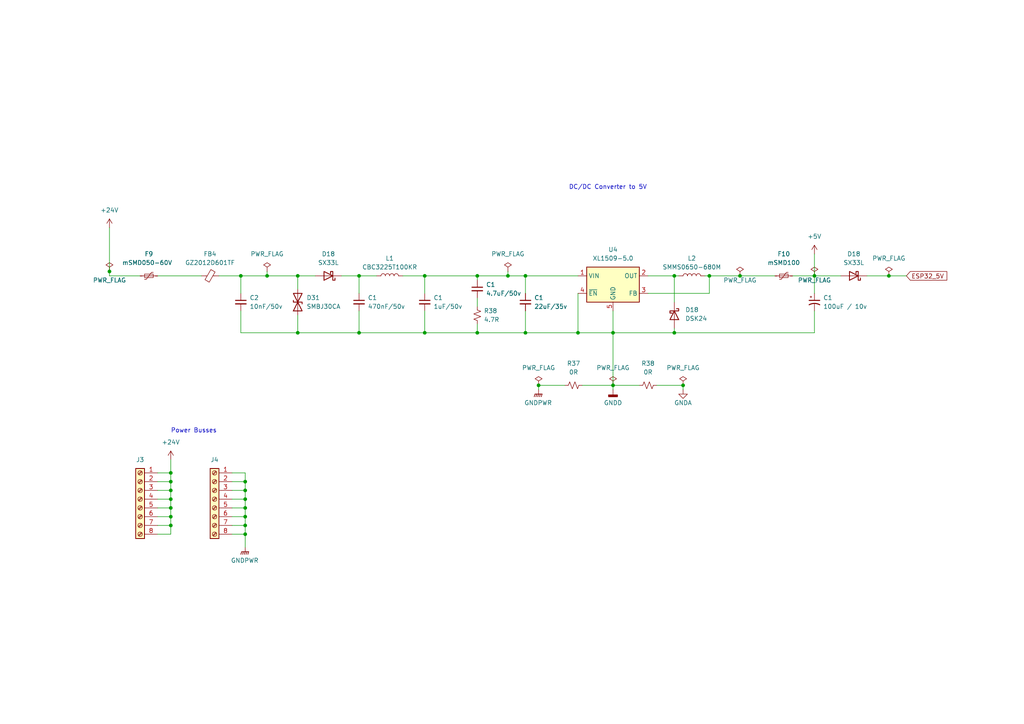
<source format=kicad_sch>
(kicad_sch (version 20230121) (generator eeschema)
  (paper "A4")
  (lib_symbols
    (symbol "Connector:Screw_Terminal_01x08" (pin_names (offset 1.016) hide)
      (property "Reference" "J" (at 0 10.16 0))
      (property "Value" "Screw_Terminal_01x08" (at 0 -12.7 0))
      (symbol "Screw_Terminal_01x08_1_1"
        (rectangle (start -1.27 8.89) (end 1.27 -11.43) (stroke (width 0.254)) (fill (type background)))
        (circle (center 0 -10.16) (radius 0.635) (stroke (width 0.1524)))
        (circle (center 0 -7.62) (radius 0.635) (stroke (width 0.1524)))
        (circle (center 0 -5.08) (radius 0.635) (stroke (width 0.1524)))
        (circle (center 0 -2.54) (radius 0.635) (stroke (width 0.1524)))
        (polyline (pts (xy -0.5334 -9.8298) (xy 0.3302 -10.668)) (stroke (width 0.1524)))
        (polyline (pts (xy -0.5334 -7.2898) (xy 0.3302 -8.128)) (stroke (width 0.1524)))
        (polyline (pts (xy -0.5334 -4.7498) (xy 0.3302 -5.588)) (stroke (width 0.1524)))
        (polyline (pts (xy -0.5334 -2.2098) (xy 0.3302 -3.048)) (stroke (width 0.1524)))
        (polyline (pts (xy -0.5334 0.3302) (xy 0.3302 -0.508)) (stroke (width 0.1524)))
        (polyline (pts (xy -0.5334 2.8702) (xy 0.3302 2.032)) (stroke (width 0.1524)))
        (polyline (pts (xy -0.5334 5.4102) (xy 0.3302 4.572)) (stroke (width 0.1524)))
        (polyline (pts (xy -0.5334 7.9502) (xy 0.3302 7.112)) (stroke (width 0.1524)))
        (polyline (pts (xy -0.3556 -9.652) (xy 0.508 -10.4902)) (stroke (width 0.1524)))
        (polyline (pts (xy -0.3556 -7.112) (xy 0.508 -7.9502)) (stroke (width 0.1524)))
        (polyline (pts (xy -0.3556 -4.572) (xy 0.508 -5.4102)) (stroke (width 0.1524)))
        (polyline (pts (xy -0.3556 -2.032) (xy 0.508 -2.8702)) (stroke (width 0.1524)))
        (polyline (pts (xy -0.3556 0.508) (xy 0.508 -0.3302)) (stroke (width 0.1524)))
        (polyline (pts (xy -0.3556 3.048) (xy 0.508 2.2098)) (stroke (width 0.1524)))
        (polyline (pts (xy -0.3556 5.588) (xy 0.508 4.7498)) (stroke (width 0.1524)))
        (polyline (pts (xy -0.3556 8.128) (xy 0.508 7.2898)) (stroke (width 0.1524)))
        (circle (center 0 0) (radius 0.635) (stroke (width 0.1524)))
        (circle (center 0 2.54) (radius 0.635) (stroke (width 0.1524)))
        (circle (center 0 5.08) (radius 0.635) (stroke (width 0.1524)))
        (circle (center 0 7.62) (radius 0.635) (stroke (width 0.1524)))
        (pin passive line (at -5.08 7.62 0) (length 3.81) (name "Pin_1") (number "1"))
        (pin passive line (at -5.08 5.08 0) (length 3.81) (name "Pin_2") (number "2"))
        (pin passive line (at -5.08 2.54 0) (length 3.81) (name "Pin_3") (number "3"))
        (pin passive line (at -5.08 0 0) (length 3.81) (name "Pin_4") (number "4"))
        (pin passive line (at -5.08 -2.54 0) (length 3.81) (name "Pin_5") (number "5"))
        (pin passive line (at -5.08 -5.08 0) (length 3.81) (name "Pin_6") (number "6"))
        (pin passive line (at -5.08 -7.62 0) (length 3.81) (name "Pin_7") (number "7"))
        (pin passive line (at -5.08 -10.16 0) (length 3.81) (name "Pin_8") (number "8"))
      )
    )
    (symbol "Device:C_Polarized_Small_US" (pin_numbers hide) (pin_names (offset 0.254) hide)
      (property "Reference" "C" (at 0.254 1.778 0))
      (property "Value" "C_Polarized_Small_US" (at 0.254 -2.032 0))
      (symbol "C_Polarized_Small_US_0_1"
        (polyline (pts (xy -1.524 0.508) (xy 1.524 0.508)) (stroke (width 0.3048)))
        (polyline (pts (xy -1.27 1.524) (xy -0.762 1.524)))
        (polyline (pts (xy -1.016 1.27) (xy -1.016 1.778)))
        (arc (start 1.524 -0.762) (mid 0 -0.3734) (end -1.524 -0.762) (stroke (width 0.3048)))
      )
      (symbol "C_Polarized_Small_US_1_1"
        (pin passive line (at 0 2.54 270) (length 2.032) (name "~") (number "1"))
        (pin passive line (at 0 -2.54 90) (length 2.032) (name "~") (number "2"))
      )
    )
    (symbol "Device:C_Small" (pin_numbers hide) (pin_names (offset 0.254) hide)
      (property "Reference" "C" (at 0.254 1.778 0))
      (property "Value" "C_Small" (at 0.254 -2.032 0))
      (symbol "C_Small_0_1"
        (polyline (pts (xy -1.524 -0.508) (xy 1.524 -0.508)) (stroke (width 0.3302)))
        (polyline (pts (xy -1.524 0.508) (xy 1.524 0.508)) (stroke (width 0.3048)))
      )
      (symbol "C_Small_1_1"
        (pin passive line (at 0 2.54 270) (length 2.032) (name "~") (number "1"))
        (pin passive line (at 0 -2.54 90) (length 2.032) (name "~") (number "2"))
      )
    )
    (symbol "Device:D_Schottky" (pin_numbers hide) (pin_names (offset 1.016) hide)
      (property "Reference" "D" (at 0 2.54 0))
      (property "Value" "D_Schottky" (at 0 -2.54 0))
      (symbol "D_Schottky_0_1"
        (polyline (pts (xy 1.27 0) (xy -1.27 0)))
        (polyline (pts (xy 1.27 1.27) (xy 1.27 -1.27) (xy -1.27 0) (xy 1.27 1.27)) (stroke (width 0.254)))
        (polyline (pts (xy -1.905 0.635) (xy -1.905 1.27) (xy -1.27 1.27) (xy -1.27 -1.27) (xy -0.635 -1.27) (xy -0.635 -0.635)) (stroke (width 0.254)))
      )
      (symbol "D_Schottky_1_1"
        (pin passive line (at -3.81 0 0) (length 2.54) (name "K") (number "1"))
        (pin passive line (at 3.81 0 180) (length 2.54) (name "A") (number "2"))
      )
    )
    (symbol "Device:D_TVS" (pin_numbers hide) (pin_names (offset 1.016) hide)
      (property "Reference" "D" (at 0 2.54 0))
      (property "Value" "D_TVS" (at 0 -2.54 0))
      (symbol "D_TVS_0_1"
        (polyline (pts (xy 1.27 0) (xy -1.27 0)))
        (polyline (pts (xy 0.508 1.27) (xy 0 1.27) (xy 0 -1.27) (xy -0.508 -1.27)) (stroke (width 0.254)))
        (polyline (pts (xy -2.54 1.27) (xy -2.54 -1.27) (xy 2.54 1.27) (xy 2.54 -1.27) (xy -2.54 1.27)) (stroke (width 0.254)))
      )
      (symbol "D_TVS_1_1"
        (pin passive line (at -3.81 0 0) (length 2.54) (name "A1") (number "1"))
        (pin passive line (at 3.81 0 180) (length 2.54) (name "A2") (number "2"))
      )
    )
    (symbol "Device:FerriteBead_Small" (pin_numbers hide) (pin_names (offset 0))
      (property "Reference" "FB" (at 1.905 1.27 0))
      (property "Value" "FerriteBead_Small" (at 1.905 -1.27 0))
      (symbol "FerriteBead_Small_0_1"
        (polyline (pts (xy 0 -1.27) (xy 0 -0.7874)))
        (polyline (pts (xy 0 0.889) (xy 0 1.2954)))
        (polyline (pts (xy -1.8288 0.2794) (xy -1.1176 1.4986) (xy 1.8288 -0.2032) (xy 1.1176 -1.4224) (xy -1.8288 0.2794)))
      )
      (symbol "FerriteBead_Small_1_1"
        (pin passive line (at 0 2.54 270) (length 1.27) (name "~") (number "1"))
        (pin passive line (at 0 -2.54 90) (length 1.27) (name "~") (number "2"))
      )
    )
    (symbol "Device:L" (pin_numbers hide) (pin_names (offset 1.016) hide)
      (property "Reference" "L" (at -1.27 0 90))
      (property "Value" "L" (at 1.905 0 90))
      (symbol "L_0_1"
        (arc (start 0 -2.54) (mid 0.6323 -1.905) (end 0 -1.27))
        (arc (start 0 -1.27) (mid 0.6323 -0.635) (end 0 0))
        (arc (start 0 0) (mid 0.6323 0.635) (end 0 1.27))
        (arc (start 0 1.27) (mid 0.6323 1.905) (end 0 2.54))
      )
      (symbol "L_1_1"
        (pin passive line (at 0 3.81 270) (length 1.27) (name "1") (number "1"))
        (pin passive line (at 0 -3.81 90) (length 1.27) (name "2") (number "2"))
      )
    )
    (symbol "Device:Polyfuse_Small" (pin_numbers hide) (pin_names (offset 0))
      (property "Reference" "F" (at -1.905 0 90))
      (property "Value" "Polyfuse_Small" (at 1.905 0 90))
      (symbol "Polyfuse_Small_0_1"
        (rectangle (start -0.508 1.27) (end 0.508 -1.27))
        (polyline (pts (xy 0 2.54) (xy 0 -2.54)))
        (polyline (pts (xy -1.016 1.27) (xy -1.016 0.762) (xy 1.016 -0.762) (xy 1.016 -1.27)))
      )
      (symbol "Polyfuse_Small_1_1"
        (pin passive line (at 0 2.54 270) (length 0.635) (name "~") (number "1"))
        (pin passive line (at 0 -2.54 90) (length 0.635) (name "~") (number "2"))
      )
    )
    (symbol "Device:R_Small_US" (pin_numbers hide) (pin_names (offset 0.254) hide)
      (property "Reference" "R" (at 0.762 0.508 0))
      (property "Value" "R_Small_US" (at 0.762 -1.016 0))
      (symbol "R_Small_US_1_1"
        (polyline (pts (xy 0 0) (xy 1.016 -0.381) (xy 0 -0.762) (xy -1.016 -1.143) (xy 0 -1.524)))
        (polyline (pts (xy 0 1.524) (xy 1.016 1.143) (xy 0 0.762) (xy -1.016 0.381) (xy 0 0)))
        (pin passive line (at 0 2.54 270) (length 1.016) (name "~") (number "1"))
        (pin passive line (at 0 -2.54 90) (length 1.016) (name "~") (number "2"))
      )
    )
    (symbol "Regulator_Switching:XL1509-5.0"
      (property "Reference" "U" (at -7.112 6.096 0))
      (property "Value" "XL1509-5.0" (at 5.842 6.096 0))
      (symbol "XL1509-5.0_0_1"
        (rectangle (start -7.62 5.08) (end 7.62 -5.08) (stroke (width 0.254)) (fill (type background)))
      )
      (symbol "XL1509-5.0_1_1"
        (pin power_in line (at -10.16 2.54 0) (length 2.54) (name "VIN") (number "1"))
        (pin power_out line (at 10.16 2.54 180) (length 2.54) (name "OUT") (number "2"))
        (pin input line (at 10.16 -2.54 180) (length 2.54) (name "FB") (number "3"))
        (pin input line (at -10.16 -2.54 0) (length 2.54) (name "~{EN}") (number "4"))
        (pin power_in line (at 0 -7.62 90) (length 2.54) (name "GND") (number "5"))
        (pin passive line (at 0 -7.62 90) (length 2.54) hide (name "GND") (number "6"))
        (pin passive line (at 0 -7.62 90) (length 2.54) hide (name "GND") (number "7"))
        (pin passive line (at 0 -7.62 90) (length 2.54) hide (name "GND") (number "8"))
      )
    )
    (symbol "power:+24V" (power) (pin_names (offset 0))
      (property "Value" "+24V" (at 0 3.556 0))
      (symbol "+24V_0_1"
        (polyline (pts (xy -0.762 1.27) (xy 0 2.54)))
        (polyline (pts (xy 0 0) (xy 0 2.54)))
        (polyline (pts (xy 0 2.54) (xy 0.762 1.27)))
      )
      (symbol "+24V_1_1"
        (pin power_in line (at 0 0 90) (length 0) hide (name "+24V") (number "1"))
      )
    )
    (symbol "power:+5V" (power) (pin_names (offset 0))
      (property "Value" "+5V" (at 0 3.556 0))
      (symbol "+5V_0_1"
        (polyline (pts (xy -0.762 1.27) (xy 0 2.54)))
        (polyline (pts (xy 0 0) (xy 0 2.54)))
        (polyline (pts (xy 0 2.54) (xy 0.762 1.27)))
      )
      (symbol "+5V_1_1"
        (pin power_in line (at 0 0 90) (length 0) hide (name "+5V") (number "1"))
      )
    )
    (symbol "power:GNDA" (power) (pin_names (offset 0))
      (property "Value" "GNDA" (at 0 -3.81 0))
      (symbol "GNDA_0_1"
        (polyline (pts (xy 0 0) (xy 0 -1.27) (xy 1.27 -1.27) (xy 0 -2.54) (xy -1.27 -1.27) (xy 0 -1.27)))
      )
      (symbol "GNDA_1_1"
        (pin power_in line (at 0 0 270) (length 0) hide (name "GNDA") (number "1"))
      )
    )
    (symbol "power:GNDD" (power) (pin_names (offset 0))
      (property "Value" "GNDD" (at 0 -3.175 0))
      (symbol "GNDD_0_1"
        (rectangle (start -1.27 -1.524) (end 1.27 -2.032) (stroke (width 0.254)) (fill (type outline)))
        (polyline (pts (xy 0 0) (xy 0 -1.524)))
      )
      (symbol "GNDD_1_1"
        (pin power_in line (at 0 0 270) (length 0) hide (name "GNDD") (number "1"))
      )
    )
    (symbol "power:GNDPWR" (power) (pin_names (offset 0))
      (property "Value" "GNDPWR" (at 0 -3.302 0))
      (symbol "GNDPWR_0_1"
        (polyline (pts (xy 0 -1.27) (xy 0 0)))
        (polyline (pts (xy -1.016 -1.27) (xy -1.27 -2.032) (xy -1.27 -2.032)) (stroke (width 0.2032)))
        (polyline (pts (xy -0.508 -1.27) (xy -0.762 -2.032) (xy -0.762 -2.032)) (stroke (width 0.2032)))
        (polyline (pts (xy 0 -1.27) (xy -0.254 -2.032) (xy -0.254 -2.032)) (stroke (width 0.2032)))
        (polyline (pts (xy 0.508 -1.27) (xy 0.254 -2.032) (xy 0.254 -2.032)) (stroke (width 0.2032)))
        (polyline (pts (xy 1.016 -1.27) (xy -1.016 -1.27) (xy -1.016 -1.27)) (stroke (width 0.2032)))
        (polyline (pts (xy 1.016 -1.27) (xy 0.762 -2.032) (xy 0.762 -2.032) (xy 0.762 -2.032)) (stroke (width 0.2032)))
      )
      (symbol "GNDPWR_1_1"
        (pin power_in line (at 0 0 270) (length 0) hide (name "GNDPWR") (number "1"))
      )
    )
    (symbol "power:PWR_FLAG" (power) (pin_numbers hide) (pin_names (offset 0) hide)
      (property "Value" "PWR_FLAG" (at 0 3.81 0))
      (symbol "PWR_FLAG_0_0"
        (pin power_out line (at 0 0 90) (length 0) (name "pwr") (number "1"))
      )
      (symbol "PWR_FLAG_0_1"
        (polyline (pts (xy 0 0) (xy 0 1.27) (xy -1.016 1.905) (xy 0 2.54) (xy 1.016 1.905) (xy 0 1.27)))
      )
    )
  )
  (junction (at 177.8 111.76))
  (junction (at 71.12 142.24))
  (junction (at 195.58 96.52))
  (junction (at 69.85 80.01))
  (junction (at 152.4 80.01))
  (junction (at 49.53 137.16))
  (junction (at 177.8 96.52))
  (junction (at 71.12 149.86))
  (junction (at 138.43 80.01))
  (junction (at 71.12 144.78))
  (junction (at 71.12 154.94))
  (junction (at 123.19 80.01))
  (junction (at 71.12 152.4))
  (junction (at 236.22 80.01))
  (junction (at 49.53 152.4))
  (junction (at 195.58 80.01))
  (junction (at 156.21 111.76))
  (junction (at 71.12 147.32))
  (junction (at 152.4 96.52))
  (junction (at 31.75 78.74))
  (junction (at 123.19 96.52))
  (junction (at 86.36 80.01))
  (junction (at 205.74 80.01))
  (junction (at 104.14 96.52))
  (junction (at 49.53 142.24))
  (junction (at 257.81 80.01))
  (junction (at 198.12 111.76))
  (junction (at 214.63 80.01))
  (junction (at 49.53 139.7))
  (junction (at 49.53 149.86))
  (junction (at 104.14 80.01))
  (junction (at 77.47 80.01))
  (junction (at 138.43 96.52))
  (junction (at 147.32 80.01))
  (junction (at 71.12 139.7))
  (junction (at 49.53 144.78))
  (junction (at 49.53 147.32))
  (junction (at 86.36 96.52))
  (junction (at 167.64 96.52))
  (wire (pts (xy 138.43 96.52) (xy 152.4 96.52)))
  (wire (pts (xy 138.43 93.98) (xy 138.43 96.52)))
  (wire (pts (xy 49.53 137.16) (xy 49.53 139.7)))
  (wire (pts (xy 147.32 78.74) (xy 147.32 80.01)))
  (wire (pts (xy 69.85 90.17) (xy 69.85 96.52)))
  (wire (pts (xy 138.43 80.01) (xy 147.32 80.01)))
  (wire (pts (xy 86.36 80.01) (xy 91.44 80.01)))
  (wire (pts (xy 123.19 96.52) (xy 138.43 96.52)))
  (wire (pts (xy 71.12 144.78) (xy 71.12 142.24)))
  (wire (pts (xy 67.31 139.7) (xy 71.12 139.7)))
  (wire (pts (xy 49.53 147.32) (xy 49.53 149.86)))
  (wire (pts (xy 45.72 137.16) (xy 49.53 137.16)))
  (wire (pts (xy 138.43 80.01) (xy 138.43 81.28)))
  (wire (pts (xy 63.5 80.01) (xy 69.85 80.01)))
  (wire (pts (xy 45.72 152.4) (xy 49.53 152.4)))
  (wire (pts (xy 67.31 152.4) (xy 71.12 152.4)))
  (wire (pts (xy 187.96 80.01) (xy 195.58 80.01)))
  (wire (pts (xy 116.84 80.01) (xy 123.19 80.01)))
  (wire (pts (xy 71.12 139.7) (xy 71.12 137.16)))
  (wire (pts (xy 104.14 80.01) (xy 109.22 80.01)))
  (wire (pts (xy 152.4 96.52) (xy 167.64 96.52)))
  (wire (pts (xy 123.19 80.01) (xy 123.19 85.09)))
  (wire (pts (xy 71.12 149.86) (xy 71.12 147.32)))
  (wire (pts (xy 67.31 147.32) (xy 71.12 147.32)))
  (wire (pts (xy 177.8 96.52) (xy 195.58 96.52)))
  (wire (pts (xy 67.31 144.78) (xy 71.12 144.78)))
  (wire (pts (xy 167.64 96.52) (xy 177.8 96.52)))
  (wire (pts (xy 147.32 80.01) (xy 152.4 80.01)))
  (wire (pts (xy 251.46 80.01) (xy 257.81 80.01)))
  (wire (pts (xy 49.53 144.78) (xy 49.53 147.32)))
  (wire (pts (xy 69.85 80.01) (xy 77.47 80.01)))
  (wire (pts (xy 67.31 154.94) (xy 71.12 154.94)))
  (wire (pts (xy 152.4 90.17) (xy 152.4 96.52)))
  (wire (pts (xy 123.19 80.01) (xy 138.43 80.01)))
  (wire (pts (xy 195.58 80.01) (xy 195.58 87.63)))
  (wire (pts (xy 205.74 80.01) (xy 205.74 85.09)))
  (wire (pts (xy 45.72 149.86) (xy 49.53 149.86)))
  (wire (pts (xy 67.31 149.86) (xy 71.12 149.86)))
  (wire (pts (xy 86.36 91.44) (xy 86.36 96.52)))
  (wire (pts (xy 257.81 80.01) (xy 262.89 80.01)))
  (wire (pts (xy 168.91 111.76) (xy 177.8 111.76)))
  (wire (pts (xy 71.12 137.16) (xy 67.31 137.16)))
  (wire (pts (xy 229.87 80.01) (xy 236.22 80.01)))
  (wire (pts (xy 31.75 80.01) (xy 40.64 80.01)))
  (wire (pts (xy 205.74 85.09) (xy 187.96 85.09)))
  (wire (pts (xy 31.75 78.74) (xy 31.75 80.01)))
  (wire (pts (xy 236.22 73.66) (xy 236.22 80.01)))
  (wire (pts (xy 69.85 96.52) (xy 86.36 96.52)))
  (wire (pts (xy 49.53 142.24) (xy 49.53 144.78)))
  (wire (pts (xy 177.8 111.76) (xy 177.8 113.03)))
  (wire (pts (xy 77.47 78.74) (xy 77.47 80.01)))
  (wire (pts (xy 138.43 86.36) (xy 138.43 88.9)))
  (wire (pts (xy 177.8 90.17) (xy 177.8 96.52)))
  (wire (pts (xy 177.8 96.52) (xy 177.8 111.76)))
  (wire (pts (xy 195.58 80.01) (xy 196.85 80.01)))
  (wire (pts (xy 195.58 95.25) (xy 195.58 96.52)))
  (wire (pts (xy 45.72 147.32) (xy 49.53 147.32)))
  (wire (pts (xy 49.53 152.4) (xy 49.53 154.94)))
  (wire (pts (xy 45.72 80.01) (xy 58.42 80.01)))
  (wire (pts (xy 152.4 80.01) (xy 152.4 85.09)))
  (wire (pts (xy 49.53 133.35) (xy 49.53 137.16)))
  (wire (pts (xy 205.74 80.01) (xy 214.63 80.01)))
  (wire (pts (xy 49.53 139.7) (xy 49.53 142.24)))
  (wire (pts (xy 45.72 154.94) (xy 49.53 154.94)))
  (wire (pts (xy 69.85 80.01) (xy 69.85 85.09)))
  (wire (pts (xy 152.4 80.01) (xy 167.64 80.01)))
  (wire (pts (xy 236.22 80.01) (xy 243.84 80.01)))
  (wire (pts (xy 190.5 111.76) (xy 198.12 111.76)))
  (wire (pts (xy 104.14 96.52) (xy 123.19 96.52)))
  (wire (pts (xy 123.19 90.17) (xy 123.19 96.52)))
  (wire (pts (xy 99.06 80.01) (xy 104.14 80.01)))
  (wire (pts (xy 45.72 144.78) (xy 49.53 144.78)))
  (wire (pts (xy 86.36 96.52) (xy 104.14 96.52)))
  (wire (pts (xy 71.12 147.32) (xy 71.12 144.78)))
  (wire (pts (xy 236.22 90.17) (xy 236.22 96.52)))
  (wire (pts (xy 214.63 80.01) (xy 224.79 80.01)))
  (wire (pts (xy 71.12 142.24) (xy 71.12 139.7)))
  (wire (pts (xy 198.12 113.03) (xy 198.12 111.76)))
  (wire (pts (xy 77.47 80.01) (xy 86.36 80.01)))
  (wire (pts (xy 67.31 142.24) (xy 71.12 142.24)))
  (wire (pts (xy 45.72 139.7) (xy 49.53 139.7)))
  (wire (pts (xy 31.75 78.74) (xy 31.75 66.04)))
  (wire (pts (xy 104.14 90.17) (xy 104.14 96.52)))
  (wire (pts (xy 71.12 152.4) (xy 71.12 149.86)))
  (wire (pts (xy 204.47 80.01) (xy 205.74 80.01)))
  (wire (pts (xy 177.8 111.76) (xy 185.42 111.76)))
  (wire (pts (xy 195.58 96.52) (xy 236.22 96.52)))
  (wire (pts (xy 86.36 80.01) (xy 86.36 83.82)))
  (wire (pts (xy 236.22 80.01) (xy 236.22 85.09)))
  (wire (pts (xy 71.12 154.94) (xy 71.12 152.4)))
  (wire (pts (xy 156.21 111.76) (xy 156.21 113.03)))
  (wire (pts (xy 104.14 85.09) (xy 104.14 80.01)))
  (wire (pts (xy 156.21 111.76) (xy 163.83 111.76)))
  (wire (pts (xy 49.53 149.86) (xy 49.53 152.4)))
  (wire (pts (xy 167.64 85.09) (xy 167.64 96.52)))
  (wire (pts (xy 45.72 142.24) (xy 49.53 142.24)))
  (wire (pts (xy 71.12 154.94) (xy 71.12 158.75)))
  (text "Power Busses" (at 49.53 125.73 0) (effects (font (size 1.27 1.27)) (justify left bottom)))
  (text "DC/DC Converter to 5V" (at 164.973 55.118 0) (effects (font (size 1.27 1.27)) (justify left bottom)))
  (global_label "ESP32_5V" (shape input) (at 262.89 80.01 0) (property "Intersheetrefs" "${INTERSHEET_REFS}" (effects hide)))
  (symbol (lib_id "Device:C_Small") (at 152.4 87.63 0) (unit 1)
    (property "Reference" "C1" (at 154.94 86.3663 0) (effects (justify left)))
    (property "Value" "22uF/35v" (at 154.94 88.9063 0) (effects (justify left)))
    (property "Footprint" "Capacitor_SMD:C_0805_2012Metric_Pad1.18x1.45mm_HandSolder" (effects hide))
    (property "Vendor" "08053C104KAT4A" (effects hide))
    (instances (project "8ch-mosfet" (path "" (reference "C1") (unit 1)) (path "" (reference "C45") (unit 1))))
  )
  (symbol (lib_id "Device:D_Schottky") (at 195.58 91.44 270) (unit 1)
    (property "Reference" "D18" (at 198.755 89.8525 90) (effects (justify left)))
    (property "Value" "DSK24" (at 198.755 92.3925 90) (effects (justify left)))
    (property "Footprint" "Diode_SMD:D_SOD-123" (effects hide))
    (property "Vendor" " 610-CMHSH5-2L" (effects hide))
    (instances (project "8ch-mosfet" (path "" (reference "D18") (unit 1)) (path "" (reference "D19") (unit 1)) (path "" (reference "D20") (unit 1)) (path "" (reference "D21") (unit 1)) (path "" (reference "D22") (unit 1)) (path "" (reference "D23") (unit 1)) (path "" (reference "D24") (unit 1)) (path "" (reference "D25") (unit 1)) (path "" (reference "D26") (unit 1)) (path "" (reference "D33") (unit 1))))
  )
  (symbol (lib_id "power:PWR_FLAG") (at 147.32 78.74 0) (unit 1)
    (property "Reference" "#FLG01" (effects hide))
    (property "Value" "PWR_FLAG" (at 147.32 73.66 0))
  )
  (symbol (lib_id "Connector:Screw_Terminal_01x08") (at 40.64 144.78 0) (mirror y) (unit 1)
    (property "Reference" "J3" (at 40.64 133.35 0))
    (property "Value" "Screw_Terminal_01x08" (effects hide))
    (property "Footprint" "yarrboard:Busbar 1x9 .375in" (effects hide))
  )
  (symbol (lib_id "Device:R_Small_US") (at 166.37 111.76 270) (unit 1)
    (property "Reference" "R37" (at 166.37 105.41 90))
    (property "Value" "0R" (at 166.37 107.95 90))
    (property "Footprint" "Resistor_SMD:R_0805_2012Metric_Pad1.20x1.40mm_HandSolder" (effects hide))
    (property "Vendor" " 652-CR0805JW-102ELF " (effects hide))
    (instances (project "8ch-mosfet" (path "" (reference "R37") (unit 1)) (path "" (reference "R1") (unit 1)) (path "" (reference "R5") (unit 1)) (path "" (reference "R9") (unit 1)) (path "" (reference "R13") (unit 1)) (path "" (reference "R17") (unit 1)) (path "" (reference "R21") (unit 1)) (path "" (reference "R25") (unit 1)) (path "" (reference "R29") (unit 1)) (path "" (reference "R37") (unit 1))))
  )
  (symbol (lib_id "Device:D_Schottky") (at 247.65 80.01 180) (unit 1)
    (property "Reference" "D18" (at 247.65 73.66 0))
    (property "Value" "SX33L" (at 247.65 76.2 0))
    (property "Footprint" "Diode_SMD:D_SMA" (effects hide))
    (property "Vendor" " 610-CMHSH5-2L" (effects hide))
    (instances (project "8ch-mosfet" (path "" (reference "D18") (unit 1)) (path "" (reference "D19") (unit 1)) (path "" (reference "D20") (unit 1)) (path "" (reference "D21") (unit 1)) (path "" (reference "D22") (unit 1)) (path "" (reference "D23") (unit 1)) (path "" (reference "D24") (unit 1)) (path "" (reference "D25") (unit 1)) (path "" (reference "D26") (unit 1)) (path "" (reference "D26") (unit 1))))
  )
  (symbol (lib_id "power:PWR_FLAG") (at 257.81 80.01 0) (unit 1)
    (property "Reference" "#FLG08" (effects hide))
    (property "Value" "PWR_FLAG" (at 257.81 74.93 0))
  )
  (symbol (lib_id "Connector:Screw_Terminal_01x08") (at 62.23 144.78 0) (mirror y) (unit 1)
    (property "Reference" "J4" (at 62.23 133.35 0))
    (property "Value" "Screw_Terminal_01x08" (effects hide))
    (property "Footprint" "yarrboard:Busbar 1x9 .375in" (effects hide))
  )
  (symbol (lib_id "power:PWR_FLAG") (at 214.63 80.01 0) (unit 1)
    (property "Reference" "#FLG07" (effects hide))
    (property "Value" "PWR_FLAG" (at 214.63 81.28 0))
  )
  (symbol (lib_id "Device:L") (at 200.66 80.01 90) (unit 1)
    (property "Reference" "L2" (at 200.66 74.93 90))
    (property "Value" "SMMS0650-680M" (at 200.66 77.47 90))
    (property "Footprint" "Inductor_SMD:L_Chilisin_BMRA00040420" (effects hide))
  )
  (symbol (lib_id "power:PWR_FLAG") (at 31.75 78.74 0) (unit 1)
    (property "Reference" "#FLG06" (effects hide))
    (property "Value" "PWR_FLAG" (at 31.75 81.28 0))
  )
  (symbol (lib_id "Device:C_Small") (at 123.19 87.63 0) (unit 1)
    (property "Reference" "C1" (at 125.73 86.3663 0) (effects (justify left)))
    (property "Value" "1uF/50v" (at 125.73 88.9063 0) (effects (justify left)))
    (property "Footprint" "Capacitor_SMD:C_0805_2012Metric_Pad1.18x1.45mm_HandSolder" (effects hide))
    (property "Vendor" "08053C104KAT4A" (effects hide))
    (instances (project "8ch-mosfet" (path "" (reference "C1") (unit 1)) (path "" (reference "C43") (unit 1))))
  )
  (symbol (lib_id "Device:L") (at 113.03 80.01 90) (unit 1)
    (property "Reference" "L1" (at 113.03 74.93 90))
    (property "Value" "CBC3225T100KR" (at 113.03 77.47 90))
    (property "Footprint" "Inductor_SMD:L_1210_3225Metric" (effects hide))
  )
  (symbol (lib_id "power:PWR_FLAG") (at 198.12 111.76 0) (unit 1)
    (property "Reference" "#FLG05" (effects hide))
    (property "Value" "PWR_FLAG" (at 198.12 106.68 0))
  )
  (symbol (lib_id "Device:C_Polarized_Small_US") (at 236.22 87.63 0) (unit 1)
    (property "Reference" "C1" (at 238.76 86.3663 0) (effects (justify left)))
    (property "Value" "100uF / 10v" (at 238.76 88.9063 0) (effects (justify left)))
    (property "Footprint" "Capacitor_Tantalum_SMD:CP_EIA-3528-21_Kemet-B" (effects hide))
    (property "Vendor" "TAJC107K010RNJ" (effects hide))
    (instances (project "8ch-mosfet" (path "" (reference "C1") (unit 1)) (path "" (reference "C47") (unit 1))))
  )
  (symbol (lib_id "power:PWR_FLAG") (at 156.21 111.76 0) (unit 1)
    (property "Reference" "#FLG03" (effects hide))
    (property "Value" "PWR_FLAG" (at 156.21 106.68 0))
  )
  (symbol (lib_id "Device:D_TVS") (at 86.36 87.63 90) (unit 1)
    (property "Reference" "D31" (at 88.9 86.36 90) (effects (justify right)))
    (property "Value" "SMBJ30CA" (at 88.9 88.9 90) (effects (justify right)))
    (property "Footprint" "Diode_SMD:D_SMB" (effects hide))
    (instances (project "8ch-mosfet" (path "" (reference "D31") (unit 1)) (path "" (reference "D32") (unit 1))))
  )
  (symbol (lib_id "Device:FerriteBead_Small") (at 60.96 80.01 90) (unit 1)
    (property "Reference" "FB4" (at 60.9219 73.66 90))
    (property "Value" "GZ2012D601TF" (at 60.9219 76.2 90))
    (property "Footprint" "Inductor_SMD:L_0805_2012Metric" (effects hide))
    (instances (project "8ch-mosfet" (path "" (reference "FB4") (unit 1)) (path "" (reference "FB7") (unit 1))))
  )
  (symbol (lib_id "Regulator_Switching:XL1509-5.0") (at 177.8 82.55 0) (unit 1)
    (property "Reference" "U4" (at 177.8 72.39 0))
    (property "Value" "XL1509-5.0" (at 177.8 74.93 0))
    (property "Footprint" "Package_SO:SOIC-8_3.9x4.9mm_P1.27mm" (effects hide))
    (property "Datasheet" "https://datasheet.lcsc.com/lcsc/1809050422_XLSEMI-XL1509-5-0E1_C61063.pdf" (effects hide))
  )
  (symbol (lib_id "Device:C_Small") (at 69.85 87.63 0) (unit 1)
    (property "Reference" "C2" (at 72.39 86.3663 0) (effects (justify left)))
    (property "Value" "10nF/50v" (at 72.39 88.9063 0) (effects (justify left)))
    (property "Footprint" "Capacitor_SMD:C_0805_2012Metric_Pad1.18x1.45mm_HandSolder" (effects hide))
    (property "Vendor" "08053C104KAT4A" (effects hide))
  )
  (symbol (lib_id "Device:C_Small") (at 138.43 83.82 0) (unit 1)
    (property "Reference" "C1" (at 140.97 82.5563 0) (effects (justify left)))
    (property "Value" "4.7uF/50v" (at 140.97 85.0963 0) (effects (justify left)))
    (property "Footprint" "Capacitor_SMD:C_0805_2012Metric_Pad1.18x1.45mm_HandSolder" (effects hide))
    (property "Vendor" "08053C104KAT4A" (effects hide))
    (instances (project "8ch-mosfet" (path "" (reference "C1") (unit 1)) (path "" (reference "C44") (unit 1))))
  )
  (symbol (lib_id "Device:Polyfuse_Small") (at 227.33 80.01 270) (unit 1)
    (property "Reference" "F10" (at 227.33 73.66 90))
    (property "Value" "mSMD100" (at 227.33 76.2 90))
    (property "Footprint" "Fuse:Fuse_1812_4532Metric_Pad1.30x3.40mm_HandSolder" (effects hide))
  )
  (symbol (lib_id "Device:R_Small_US") (at 138.43 91.44 0) (unit 1)
    (property "Reference" "R38" (at 140.335 90.17 0) (effects (justify left)))
    (property "Value" "4.7R" (at 140.335 92.71 0) (effects (justify left)))
    (property "Footprint" "Resistor_SMD:R_0805_2012Metric_Pad1.20x1.40mm_HandSolder" (effects hide))
    (property "Vendor" " 652-CR0805JW-102ELF " (effects hide))
    (instances (project "8ch-mosfet" (path "" (reference "R38") (unit 1)) (path "" (reference "R1") (unit 1)) (path "" (reference "R5") (unit 1)) (path "" (reference "R9") (unit 1)) (path "" (reference "R13") (unit 1)) (path "" (reference "R17") (unit 1)) (path "" (reference "R21") (unit 1)) (path "" (reference "R25") (unit 1)) (path "" (reference "R29") (unit 1)) (path "" (reference "R39") (unit 1))))
  )
  (symbol (lib_id "power:GNDPWR") (at 71.12 158.75 0) (unit 1)
    (property "Reference" "#PWR016" (effects hide))
    (property "Value" "GNDPWR" (at 70.993 162.56 0))
    (instances (project "8ch-mosfet" (path "" (reference "#PWR016") (unit 1)) (path "" (reference "#PWR017") (unit 1))))
  )
  (symbol (lib_id "power:+24V") (at 49.53 133.35 0) (unit 1)
    (property "Reference" "#PWR017" (effects hide))
    (property "Value" "+24V" (at 49.53 128.27 0))
    (instances (project "8ch-mosfet" (path "" (reference "#PWR017") (unit 1)) (path "" (reference "#PWR016") (unit 1))))
  )
  (symbol (lib_id "power:GNDPWR") (at 156.21 113.03 0) (unit 1)
    (property "Reference" "#PWR056" (effects hide))
    (property "Value" "GNDPWR" (at 156.083 116.84 0))
    (instances (project "8ch-mosfet" (path "" (reference "#PWR056") (unit 1)) (path "" (reference "#PWR09") (unit 1))))
  )
  (symbol (lib_id "Device:Polyfuse_Small") (at 43.18 80.01 270) (unit 1)
    (property "Reference" "F9" (at 43.18 73.66 90))
    (property "Value" "mSMD050-60V " (at 43.18 76.2 90))
    (property "Footprint" "Fuse:Fuse_1812_4532Metric_Pad1.30x3.40mm_HandSolder" (effects hide))
  )
  (symbol (lib_id "power:GNDD") (at 177.8 113.03 0) (unit 1)
    (property "Reference" "#PWR09" (effects hide))
    (property "Value" "GNDD" (at 177.8 116.84 0))
    (instances (project "8ch-mosfet" (path "" (reference "#PWR09") (unit 1)) (path "" (reference "#PWR055") (unit 1))))
  )
  (symbol (lib_id "Device:R_Small_US") (at 187.96 111.76 270) (unit 1)
    (property "Reference" "R38" (at 187.96 105.41 90))
    (property "Value" "0R" (at 187.96 107.95 90))
    (property "Footprint" "Resistor_SMD:R_0805_2012Metric_Pad1.20x1.40mm_HandSolder" (effects hide))
    (property "Vendor" " 652-CR0805JW-102ELF " (effects hide))
    (instances (project "8ch-mosfet" (path "" (reference "R38") (unit 1)) (path "" (reference "R1") (unit 1)) (path "" (reference "R5") (unit 1)) (path "" (reference "R9") (unit 1)) (path "" (reference "R13") (unit 1)) (path "" (reference "R17") (unit 1)) (path "" (reference "R21") (unit 1)) (path "" (reference "R25") (unit 1)) (path "" (reference "R29") (unit 1)) (path "" (reference "R38") (unit 1))))
  )
  (symbol (lib_id "power:+5V") (at 236.22 73.66 0) (unit 1)
    (property "Reference" "#PWR059" (effects hide))
    (property "Value" "+5V" (at 236.22 68.58 0))
    (instances (project "8ch-mosfet" (path "" (reference "#PWR059") (unit 1)) (path "" (reference "#PWR056") (unit 1))))
  )
  (symbol (lib_id "power:GNDA") (at 198.12 113.03 0) (unit 1)
    (property "Reference" "#PWR055" (effects hide))
    (property "Value" "GNDA" (at 198.12 116.84 0))
    (instances (project "8ch-mosfet" (path "" (reference "#PWR055") (unit 1)) (path "" (reference "#PWR059") (unit 1))))
  )
  (symbol (lib_id "Device:D_Schottky") (at 95.25 80.01 180) (unit 1)
    (property "Reference" "D18" (at 95.25 73.66 0))
    (property "Value" "SX33L" (at 95.25 76.2 0))
    (property "Footprint" "Diode_SMD:D_SMA" (effects hide))
    (property "Vendor" " 610-CMHSH5-2L" (effects hide))
    (instances (project "8ch-mosfet" (path "" (reference "D18") (unit 1)) (path "" (reference "D19") (unit 1)) (path "" (reference "D20") (unit 1)) (path "" (reference "D21") (unit 1)) (path "" (reference "D22") (unit 1)) (path "" (reference "D23") (unit 1)) (path "" (reference "D24") (unit 1)) (path "" (reference "D25") (unit 1)) (path "" (reference "D26") (unit 1)) (path "" (reference "D38") (unit 1))))
  )
  (symbol (lib_id "power:+24V") (at 31.75 66.04 0) (unit 1)
    (property "Reference" "#PWR011" (effects hide))
    (property "Value" "+24V" (at 31.75 60.96 0))
  )
  (symbol (lib_id "Device:C_Small") (at 104.14 87.63 0) (unit 1)
    (property "Reference" "C1" (at 106.68 86.3663 0) (effects (justify left)))
    (property "Value" "470nF/50v" (at 106.68 88.9063 0) (effects (justify left)))
    (property "Footprint" "Capacitor_SMD:C_0805_2012Metric_Pad1.18x1.45mm_HandSolder" (effects hide))
  )
  (symbol (lib_id "power:PWR_FLAG") (at 236.22 80.01 0) (unit 1)
    (property "Reference" "#FLG09" (effects hide))
    (property "Value" "PWR_FLAG" (at 236.22 81.28 0))
  )
  (symbol (lib_id "power:PWR_FLAG") (at 77.47 78.74 0) (unit 1)
    (property "Reference" "#FLG02" (effects hide))
    (property "Value" "PWR_FLAG" (at 77.47 73.66 0))
  )
  (symbol (lib_id "power:PWR_FLAG") (at 177.8 111.76 0) (unit 1)
    (property "Reference" "#FLG04" (effects hide))
    (property "Value" "PWR_FLAG" (at 177.8 106.68 0))
  )
)
</source>
